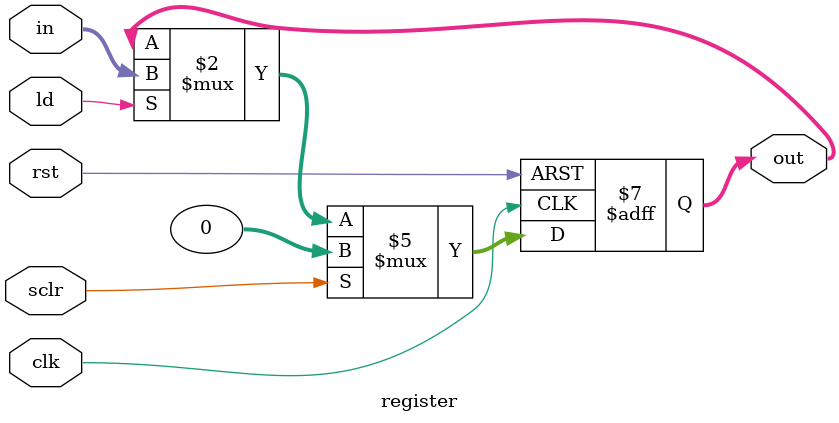
<source format=v>
module register (in, ld, sclr, clk, rst, out);
    parameter N = 32;

    input [N-1:0] in;
    input ld, sclr, clk, rst;
    output reg [N-1:0] out;

    always @(posedge clk or posedge rst) begin
        if (rst)
            out <= {N{1'b0}};
        else if (sclr)
            out <= {N{1'b0}};
        else if (ld)
            out <= in;
    end
endmodule

</source>
